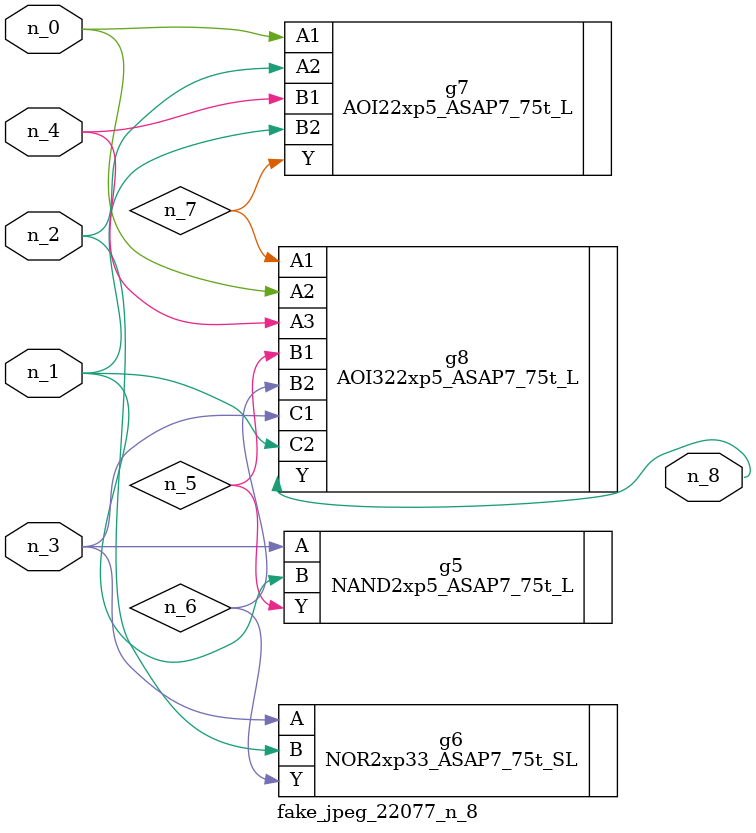
<source format=v>
module fake_jpeg_22077_n_8 (n_3, n_2, n_1, n_0, n_4, n_8);

input n_3;
input n_2;
input n_1;
input n_0;
input n_4;

output n_8;

wire n_6;
wire n_5;
wire n_7;

NAND2xp5_ASAP7_75t_L g5 ( 
.A(n_3),
.B(n_1),
.Y(n_5)
);

NOR2xp33_ASAP7_75t_SL g6 ( 
.A(n_3),
.B(n_2),
.Y(n_6)
);

AOI22xp5_ASAP7_75t_L g7 ( 
.A1(n_0),
.A2(n_2),
.B1(n_4),
.B2(n_1),
.Y(n_7)
);

AOI322xp5_ASAP7_75t_L g8 ( 
.A1(n_7),
.A2(n_0),
.A3(n_4),
.B1(n_5),
.B2(n_6),
.C1(n_3),
.C2(n_1),
.Y(n_8)
);


endmodule
</source>
